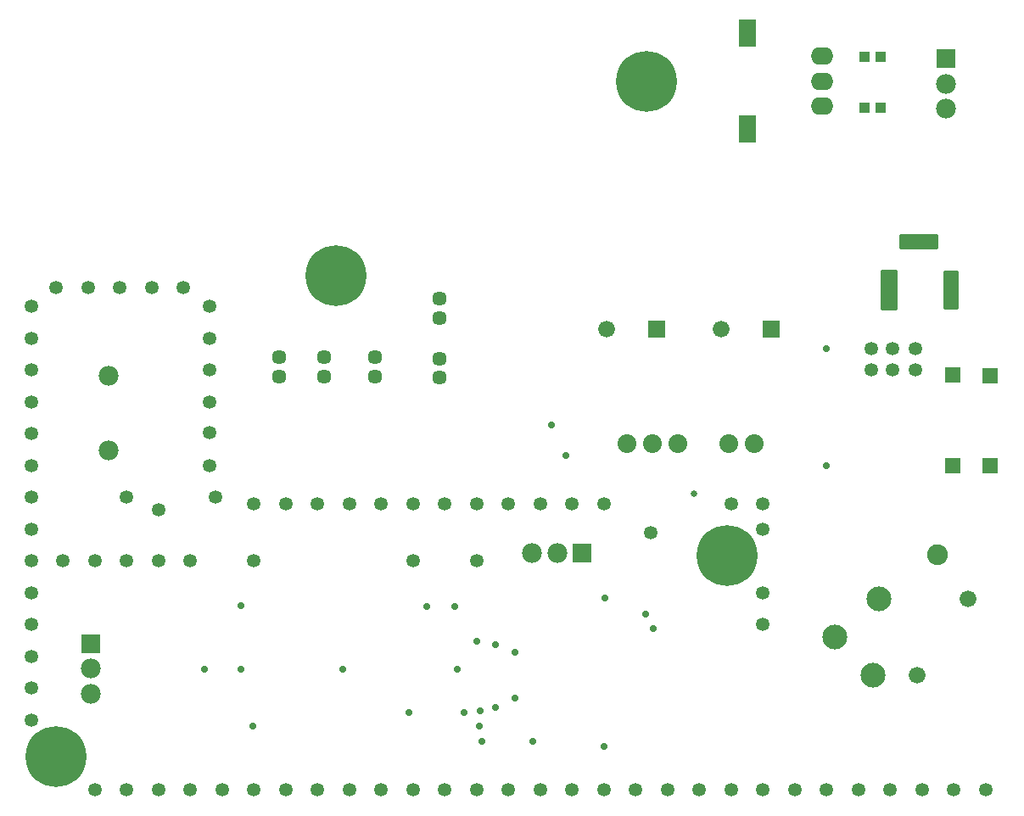
<source format=gbs>
G04*
G04 #@! TF.GenerationSoftware,Altium Limited,CircuitMaker,2.3.0 (2.3.0.3)*
G04*
G04 Layer_Color=8150272*
%FSLAX25Y25*%
%MOIN*%
G70*
G04*
G04 #@! TF.SameCoordinates,62C2B06D-8976-45AB-99A1-AE5862A21714*
G04*
G04*
G04 #@! TF.FilePolarity,Negative*
G04*
G01*
G75*
%ADD45R,0.04039X0.04236*%
%ADD54R,0.07799X0.07799*%
%ADD55C,0.07799*%
%ADD56R,0.07799X0.07799*%
%ADD57C,0.07386*%
%ADD58C,0.06598*%
%ADD59C,0.09748*%
%ADD60C,0.08173*%
G04:AMPARAMS|DCode=61|XSize=62.99mil|YSize=62.99mil|CornerRadius=9mil|HoleSize=0mil|Usage=FLASHONLY|Rotation=90.000|XOffset=0mil|YOffset=0mil|HoleType=Round|Shape=RoundedRectangle|*
%AMROUNDEDRECTD61*
21,1,0.06299,0.04500,0,0,90.0*
21,1,0.04500,0.06299,0,0,90.0*
1,1,0.01799,0.02250,0.02250*
1,1,0.01799,0.02250,-0.02250*
1,1,0.01799,-0.02250,-0.02250*
1,1,0.01799,-0.02250,0.02250*
%
%ADD61ROUNDEDRECTD61*%
%ADD62R,0.06598X0.06598*%
G04:AMPARAMS|DCode=63|XSize=162.99mil|YSize=67.99mil|CornerRadius=9.62mil|HoleSize=0mil|Usage=FLASHONLY|Rotation=90.000|XOffset=0mil|YOffset=0mil|HoleType=Round|Shape=RoundedRectangle|*
%AMROUNDEDRECTD63*
21,1,0.16299,0.04875,0,0,90.0*
21,1,0.14375,0.06799,0,0,90.0*
1,1,0.01924,0.02438,0.07187*
1,1,0.01924,0.02438,-0.07187*
1,1,0.01924,-0.02438,-0.07187*
1,1,0.01924,-0.02438,0.07187*
%
%ADD63ROUNDEDRECTD63*%
G04:AMPARAMS|DCode=64|XSize=62.99mil|YSize=152.99mil|CornerRadius=9mil|HoleSize=0mil|Usage=FLASHONLY|Rotation=90.000|XOffset=0mil|YOffset=0mil|HoleType=Round|Shape=RoundedRectangle|*
%AMROUNDEDRECTD64*
21,1,0.06299,0.13500,0,0,90.0*
21,1,0.04500,0.15299,0,0,90.0*
1,1,0.01799,0.06750,0.02250*
1,1,0.01799,0.06750,-0.02250*
1,1,0.01799,-0.06750,-0.02250*
1,1,0.01799,-0.06750,0.02250*
%
%ADD64ROUNDEDRECTD64*%
G04:AMPARAMS|DCode=65|XSize=152.99mil|YSize=62.99mil|CornerRadius=9mil|HoleSize=0mil|Usage=FLASHONLY|Rotation=90.000|XOffset=0mil|YOffset=0mil|HoleType=Round|Shape=RoundedRectangle|*
%AMROUNDEDRECTD65*
21,1,0.15299,0.04500,0,0,90.0*
21,1,0.13500,0.06299,0,0,90.0*
1,1,0.01799,0.02250,0.06750*
1,1,0.01799,0.02250,-0.06750*
1,1,0.01799,-0.02250,-0.06750*
1,1,0.01799,-0.02250,0.06750*
%
%ADD65ROUNDEDRECTD65*%
%ADD66R,0.06992X0.10535*%
%ADD67O,0.08799X0.06799*%
%ADD68C,0.02858*%
%ADD69C,0.23921*%
%ADD70C,0.05299*%
%ADD71C,0.05699*%
%ADD72C,0.02661*%
D45*
X658650Y373000D02*
D03*
X652350D02*
D03*
X658650Y353000D02*
D03*
X652350D02*
D03*
D54*
X541500Y178000D02*
D03*
D55*
X521815D02*
D03*
X531658D02*
D03*
X348500Y122815D02*
D03*
Y132658D02*
D03*
X684500Y352658D02*
D03*
Y362500D02*
D03*
X355500Y218291D02*
D03*
Y247791D02*
D03*
D56*
X348500Y142500D02*
D03*
X684500Y372342D02*
D03*
D57*
X609000Y221000D02*
D03*
X599000D02*
D03*
X579000D02*
D03*
X569000D02*
D03*
X559000D02*
D03*
D58*
X673126Y130020D02*
D03*
X693126Y160020D02*
D03*
X551158Y266000D02*
D03*
X596158D02*
D03*
D59*
X658126Y160020D02*
D03*
X655626Y130020D02*
D03*
X640606Y145020D02*
D03*
D60*
X681000Y177500D02*
D03*
D61*
X701669Y247880D02*
D03*
Y212305D02*
D03*
X687209Y247887D02*
D03*
Y212297D02*
D03*
D62*
X570843Y266000D02*
D03*
X615842D02*
D03*
D63*
X662000Y281500D02*
D03*
D64*
X673800Y300400D02*
D03*
D65*
X686600Y281500D02*
D03*
D66*
X606300Y382398D02*
D03*
Y344602D02*
D03*
D67*
X635828Y373342D02*
D03*
Y363500D02*
D03*
Y353658D02*
D03*
D68*
X507500Y142000D02*
D03*
X515000Y139000D02*
D03*
X500000Y143500D02*
D03*
X566500Y154000D02*
D03*
X529500Y228500D02*
D03*
X501500Y116000D02*
D03*
X507500Y117500D02*
D03*
X515000Y121000D02*
D03*
X407500Y132500D02*
D03*
X492500D02*
D03*
X447500D02*
D03*
X393000D02*
D03*
X535000Y216500D02*
D03*
X550500Y160500D02*
D03*
X550000Y102000D02*
D03*
X522000Y104000D02*
D03*
X502000D02*
D03*
X495000Y115500D02*
D03*
X473500D02*
D03*
X491500Y157099D02*
D03*
X480500Y157000D02*
D03*
X569500Y148500D02*
D03*
X407500Y157500D02*
D03*
X501000Y110000D02*
D03*
X412000D02*
D03*
X637500Y258500D02*
D03*
Y212500D02*
D03*
D69*
X598465Y176925D02*
D03*
X566929Y363500D02*
D03*
X334685Y98185D02*
D03*
X444921Y287161D02*
D03*
D70*
X325000Y275000D02*
D03*
X395000D02*
D03*
X325000Y262500D02*
D03*
Y250000D02*
D03*
Y237500D02*
D03*
Y225000D02*
D03*
Y212500D02*
D03*
Y200000D02*
D03*
X612500Y150000D02*
D03*
Y162500D02*
D03*
Y187500D02*
D03*
X337500Y175000D02*
D03*
X350000D02*
D03*
X362500D02*
D03*
X387500D02*
D03*
X475000D02*
D03*
X500000D02*
D03*
X412500D02*
D03*
X375000D02*
D03*
Y195000D02*
D03*
X362500Y200000D02*
D03*
X325000Y112500D02*
D03*
Y125000D02*
D03*
Y137500D02*
D03*
Y150000D02*
D03*
Y162500D02*
D03*
Y175000D02*
D03*
Y187500D02*
D03*
X700000Y85000D02*
D03*
X687500D02*
D03*
X675000D02*
D03*
X662500D02*
D03*
X650000D02*
D03*
X637500D02*
D03*
X625000D02*
D03*
X612500D02*
D03*
X600000D02*
D03*
X587500D02*
D03*
X575000D02*
D03*
X562500D02*
D03*
X550000D02*
D03*
X537500D02*
D03*
X525000D02*
D03*
X512500D02*
D03*
X500000D02*
D03*
X487500D02*
D03*
X475000D02*
D03*
X462500D02*
D03*
X450000D02*
D03*
X437500D02*
D03*
X425000D02*
D03*
X412500D02*
D03*
X400000D02*
D03*
X387500D02*
D03*
X375000D02*
D03*
X362500D02*
D03*
X350000D02*
D03*
X384803Y282303D02*
D03*
X372303D02*
D03*
X359803D02*
D03*
X347303D02*
D03*
X334803D02*
D03*
X612500Y197500D02*
D03*
X600000D02*
D03*
X568500Y186000D02*
D03*
X550000Y197500D02*
D03*
X537500D02*
D03*
X525000D02*
D03*
X512500D02*
D03*
X500000D02*
D03*
X487500D02*
D03*
X475000D02*
D03*
X462500D02*
D03*
X450000D02*
D03*
X437500D02*
D03*
X425000D02*
D03*
X395000Y212500D02*
D03*
X412500Y197500D02*
D03*
X397500Y200000D02*
D03*
X395119Y225394D02*
D03*
X395000Y237500D02*
D03*
Y250000D02*
D03*
Y262500D02*
D03*
X655000Y250000D02*
D03*
X663500D02*
D03*
X672500D02*
D03*
Y258500D02*
D03*
X663500D02*
D03*
X655000D02*
D03*
D71*
X485500Y270500D02*
D03*
Y278000D02*
D03*
X460000Y255000D02*
D03*
Y247500D02*
D03*
X485500Y247000D02*
D03*
Y254500D02*
D03*
X440000Y255000D02*
D03*
Y247500D02*
D03*
X422500D02*
D03*
Y255000D02*
D03*
D72*
X585500Y201500D02*
D03*
M02*

</source>
